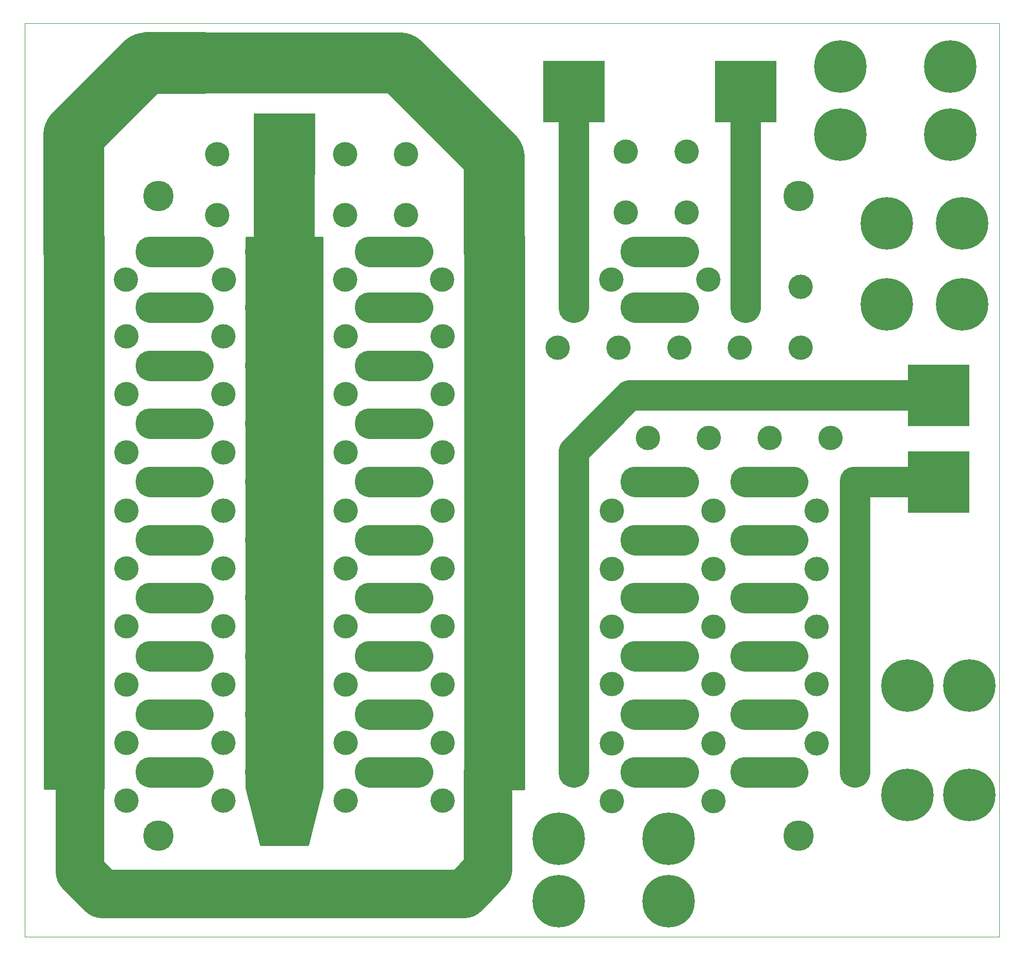
<source format=gbr>
G04 #@! TF.GenerationSoftware,KiCad,Pcbnew,(5.1.0)-1*
G04 #@! TF.CreationDate,2019-05-23T13:59:12+02:00*
G04 #@! TF.ProjectId,load_card,6c6f6164-5f63-4617-9264-2e6b69636164,1.0*
G04 #@! TF.SameCoordinates,Original*
G04 #@! TF.FileFunction,Copper,L1,Top*
G04 #@! TF.FilePolarity,Positive*
%FSLAX46Y46*%
G04 Gerber Fmt 4.6, Leading zero omitted, Abs format (unit mm)*
G04 Created by KiCad (PCBNEW (5.1.0)-1) date 2019-05-23 13:59:12*
%MOMM*%
%LPD*%
G04 APERTURE LIST*
%ADD10C,0.050000*%
%ADD11C,0.100000*%
%ADD12C,8.600000*%
%ADD13C,5.000000*%
%ADD14C,6.000000*%
%ADD15C,4.000000*%
%ADD16C,5.000000*%
%ADD17C,10.000000*%
%ADD18C,8.000000*%
%ADD19C,0.254000*%
G04 APERTURE END LIST*
D10*
X14400000Y-13900000D02*
X174400000Y-13900000D01*
X14400000Y-163900000D02*
X14400000Y-13900000D01*
X174400000Y-163900000D02*
X14400000Y-163900000D01*
X174400000Y-13900000D02*
X174400000Y-163900000D01*
D11*
G36*
X109500000Y-20100000D02*
G01*
X109500000Y-30100000D01*
X99500000Y-30100000D01*
X99500000Y-20100000D01*
X109500000Y-20100000D01*
G37*
X109500000Y-20100000D02*
X109500000Y-30100000D01*
X99500000Y-30100000D01*
X99500000Y-20100000D01*
X109500000Y-20100000D01*
G36*
X137700000Y-20100000D02*
G01*
X137700000Y-30100000D01*
X127700000Y-30100000D01*
X127700000Y-20100000D01*
X137700000Y-20100000D01*
G37*
X137700000Y-20100000D02*
X137700000Y-30100000D01*
X127700000Y-30100000D01*
X127700000Y-20100000D01*
X137700000Y-20100000D01*
G36*
X169400000Y-94200000D02*
G01*
X159400000Y-94200000D01*
X159400000Y-84200000D01*
X169400000Y-84200000D01*
X169400000Y-94200000D01*
G37*
X169400000Y-94200000D02*
X159400000Y-94200000D01*
X159400000Y-84200000D01*
X169400000Y-84200000D01*
X169400000Y-94200000D01*
G36*
X159400000Y-70000000D02*
G01*
X169400000Y-70000000D01*
X169400000Y-80000000D01*
X159400000Y-80000000D01*
X159400000Y-70000000D01*
G37*
X159400000Y-70000000D02*
X169400000Y-70000000D01*
X169400000Y-80000000D01*
X159400000Y-80000000D01*
X159400000Y-70000000D01*
G36*
X34100000Y-15400000D02*
G01*
X44100000Y-15400000D01*
X44100000Y-25400000D01*
X34100000Y-25400000D01*
X34100000Y-15400000D01*
G37*
X34100000Y-15400000D02*
X44100000Y-15400000D01*
X44100000Y-25400000D01*
X34100000Y-25400000D01*
X34100000Y-15400000D01*
G36*
X52000000Y-28700000D02*
G01*
X62000000Y-28700000D01*
X62000000Y-38700000D01*
X52000000Y-38700000D01*
X52000000Y-28700000D01*
G37*
X52000000Y-28700000D02*
X62000000Y-28700000D01*
X62000000Y-38700000D01*
X52000000Y-38700000D01*
X52000000Y-28700000D01*
D12*
X120100000Y-147800000D03*
X102100000Y-147800000D03*
X120100000Y-158000000D03*
X102100000Y-158000000D03*
D13*
X46900000Y-156800000D03*
X57000000Y-144400000D03*
X57000000Y-94000000D03*
X141400000Y-42300000D03*
X141400000Y-147300000D03*
X36400000Y-147300000D03*
X36400000Y-42300000D03*
D12*
X159300000Y-122600000D03*
X159300000Y-140600000D03*
X169500000Y-122600000D03*
X169500000Y-140600000D03*
X155900000Y-60100000D03*
X168300000Y-60100000D03*
X155900000Y-46800000D03*
X168300000Y-46800000D03*
X148300000Y-21000000D03*
X148300000Y-32200000D03*
X166300000Y-32200000D03*
X166300000Y-21000000D03*
D14*
X104500000Y-25100000D03*
X132700000Y-25100000D03*
X164400000Y-89200000D03*
X164400000Y-75000000D03*
X39100000Y-20400000D03*
X57000000Y-33700000D03*
D15*
X146700000Y-82000000D03*
X123100000Y-35000000D03*
X113100000Y-35000000D03*
X123100000Y-45000000D03*
X113100000Y-45000000D03*
X46000000Y-35400000D03*
X46000000Y-45400000D03*
X67000000Y-35400000D03*
X77000000Y-35400000D03*
X77000000Y-45400000D03*
X67000000Y-45400000D03*
X141800000Y-57200000D03*
X141800000Y-67200000D03*
X131800000Y-67200000D03*
X101900000Y-67200000D03*
X111900000Y-67200000D03*
X121900000Y-67200000D03*
X116700000Y-82000000D03*
X126700000Y-82000000D03*
X136700000Y-82000000D03*
X110800000Y-141600000D03*
X127500000Y-141600000D03*
X110800000Y-132100000D03*
X127500000Y-132100000D03*
X144400000Y-132100000D03*
X110800000Y-122400000D03*
X127500000Y-122400000D03*
X144400000Y-122400000D03*
X110800000Y-113000000D03*
X127500000Y-113000000D03*
X144400000Y-113000000D03*
X110800000Y-103500000D03*
X127500000Y-103500000D03*
X144400000Y-103500000D03*
X110800000Y-93900000D03*
X127500000Y-93900000D03*
X144400000Y-93900000D03*
X31100000Y-141500000D03*
X47000000Y-141500000D03*
X67100000Y-141500000D03*
X83000000Y-141500000D03*
X31100000Y-132000000D03*
X47000000Y-132000000D03*
X67100000Y-132000000D03*
X83000000Y-132000000D03*
X31100000Y-122500000D03*
X47000000Y-122500000D03*
X67100000Y-122500000D03*
X83000000Y-122500000D03*
X31100000Y-112900000D03*
X47000000Y-112900000D03*
X67100000Y-112900000D03*
X83000000Y-112900000D03*
X31100000Y-103400000D03*
X47000000Y-103400000D03*
X67100000Y-103400000D03*
X83000000Y-103400000D03*
X31100000Y-93900000D03*
X47000000Y-93900000D03*
X67100000Y-93900000D03*
X83000000Y-93900000D03*
X31100000Y-84400000D03*
X47000000Y-84400000D03*
X67100000Y-84400000D03*
X83000000Y-84400000D03*
X31100000Y-74800000D03*
X47000000Y-74800000D03*
X67100000Y-74800000D03*
X83000000Y-74800000D03*
X31100000Y-65300000D03*
X47000000Y-65300000D03*
X67100000Y-65300000D03*
X83000000Y-65300000D03*
X110720000Y-55979721D03*
X126600000Y-55979721D03*
X82900000Y-56000000D03*
X67000000Y-56000000D03*
X47100000Y-56000000D03*
X31000000Y-56000000D03*
D13*
X53080000Y-117821106D03*
X42920000Y-117821106D03*
X35080000Y-117821106D03*
X24920000Y-117821106D03*
X53080000Y-127360550D03*
X42920000Y-127360550D03*
X35080000Y-127360550D03*
X24920000Y-127360550D03*
X42920000Y-51400000D03*
X53080000Y-51400000D03*
X35080000Y-51404721D03*
X24920000Y-51404721D03*
X53080000Y-60584442D03*
X42920000Y-60584442D03*
X35080000Y-60584442D03*
X24920000Y-60584442D03*
X53080000Y-70123886D03*
X42920000Y-70123886D03*
X35080000Y-70123886D03*
X24920000Y-70123886D03*
X53080000Y-79663330D03*
X42920000Y-79663330D03*
X35080000Y-79663330D03*
X24920000Y-79663330D03*
X53080000Y-89202774D03*
X42920000Y-89202774D03*
X35080000Y-89202774D03*
X24920000Y-89202774D03*
X53080000Y-98742218D03*
X42920000Y-98742218D03*
X35080000Y-98742218D03*
X24920000Y-98742218D03*
X53080000Y-108281662D03*
X42920000Y-108281662D03*
X35080000Y-108281662D03*
X24920000Y-108281662D03*
X53080000Y-136900000D03*
X42920000Y-136900000D03*
X35080000Y-136900000D03*
X24920000Y-136900000D03*
X104520000Y-60584442D03*
X114680000Y-60584442D03*
X122520000Y-60584442D03*
X132680000Y-60584442D03*
X104520000Y-51400000D03*
X114680000Y-51400000D03*
X122520000Y-51400000D03*
X132680000Y-51400000D03*
X150680000Y-89202774D03*
X140520000Y-89202774D03*
X132680000Y-89202774D03*
X122520000Y-89202774D03*
X114680000Y-89202774D03*
X104520000Y-89202774D03*
X150680000Y-98742218D03*
X140520000Y-98742218D03*
X132680000Y-98742218D03*
X122520000Y-98742218D03*
X114680000Y-98742218D03*
X104520000Y-98742218D03*
X150680000Y-108281662D03*
X140520000Y-108281662D03*
X132680000Y-108281662D03*
X122520000Y-108281662D03*
X114680000Y-108281662D03*
X104520000Y-108281662D03*
X150680000Y-117821106D03*
X140520000Y-117821106D03*
X132680000Y-117821106D03*
X122520000Y-117821106D03*
X114680000Y-117821106D03*
X104520000Y-117821106D03*
X150680000Y-127360550D03*
X140520000Y-127360550D03*
X132680000Y-127360550D03*
X122520000Y-127360550D03*
X114680000Y-127360550D03*
X104520000Y-127360550D03*
X150680000Y-136900000D03*
X140520000Y-136900000D03*
X132680000Y-136900000D03*
X122520000Y-136900000D03*
X114680000Y-136900000D03*
X104520000Y-136900000D03*
X78920000Y-136900000D03*
X89080000Y-136900000D03*
X60920000Y-136900000D03*
X71080000Y-136900000D03*
X78920000Y-127360550D03*
X89080000Y-127360550D03*
X60920000Y-127360550D03*
X71080000Y-127360550D03*
X78920000Y-117821106D03*
X89080000Y-117821106D03*
X60920000Y-117821106D03*
X71080000Y-117821106D03*
X78920000Y-108281662D03*
X89080000Y-108281662D03*
X60920000Y-108281662D03*
X71080000Y-108281662D03*
X78920000Y-98742218D03*
X89080000Y-98742218D03*
X60920000Y-98742218D03*
X71080000Y-98742218D03*
X78920000Y-89202774D03*
X89080000Y-89202774D03*
X60920000Y-89202774D03*
X71080000Y-89202774D03*
X78920000Y-79663330D03*
X89080000Y-79663330D03*
X60920000Y-79663330D03*
X71080000Y-79663330D03*
X78920000Y-70123886D03*
X89080000Y-70123886D03*
X60920000Y-70123886D03*
X71080000Y-70123886D03*
X78920000Y-60584442D03*
X89080000Y-60584442D03*
X60920000Y-60584442D03*
X71080000Y-60584442D03*
X78920000Y-51400000D03*
X89080000Y-51400000D03*
X60920000Y-51400000D03*
X71080000Y-51400000D03*
D16*
X42915279Y-51404721D02*
X42920000Y-51400000D01*
X35080000Y-51404721D02*
X42915279Y-51404721D01*
X42920000Y-60584442D02*
X35080000Y-60584442D01*
X35080000Y-70123886D02*
X42920000Y-70123886D01*
X42920000Y-79663330D02*
X35080000Y-79663330D01*
X42920000Y-89202774D02*
X35080000Y-89202774D01*
X42920000Y-98742218D02*
X35080000Y-98742218D01*
X42920000Y-108281662D02*
X35080000Y-108281662D01*
X42920000Y-117821106D02*
X35080000Y-117821106D01*
X42920000Y-127360550D02*
X35080000Y-127360550D01*
X35080000Y-136900000D02*
X42920000Y-136900000D01*
X78920000Y-51400000D02*
X71080000Y-51400000D01*
X71080000Y-60584442D02*
X78920000Y-60584442D01*
X78920000Y-70123886D02*
X71080000Y-70123886D01*
X71080000Y-79663330D02*
X78920000Y-79663330D01*
X78920000Y-89202774D02*
X71080000Y-89202774D01*
X71080000Y-98742218D02*
X78920000Y-98742218D01*
X78920000Y-108281662D02*
X71080000Y-108281662D01*
X71080000Y-117821106D02*
X78920000Y-117821106D01*
X78920000Y-127360550D02*
X71080000Y-127360550D01*
X71080000Y-136900000D02*
X78920000Y-136900000D01*
X166900000Y-75000000D02*
X161900000Y-75000000D01*
X104520000Y-89202774D02*
X104520000Y-136900000D01*
X104520000Y-84180000D02*
X104520000Y-89202774D01*
X161900000Y-75000000D02*
X113700000Y-75000000D01*
X113700000Y-75000000D02*
X104520000Y-84180000D01*
X150682774Y-89200000D02*
X150680000Y-89202774D01*
X161900000Y-89200000D02*
X150682774Y-89200000D01*
X166900000Y-89200000D02*
X161900000Y-89200000D01*
X150680000Y-89202774D02*
X150680000Y-136900000D01*
X132680000Y-51400000D02*
X132680000Y-60584442D01*
X132700000Y-22600000D02*
X132700000Y-27600000D01*
X132700000Y-51380000D02*
X132680000Y-51400000D01*
X132700000Y-27600000D02*
X132700000Y-51380000D01*
X104520000Y-60584442D02*
X104520000Y-51400000D01*
X104520000Y-27620000D02*
X104500000Y-27600000D01*
X104520000Y-51400000D02*
X104520000Y-27620000D01*
X104500000Y-22600000D02*
X104500000Y-27600000D01*
X122520000Y-136900000D02*
X114680000Y-136900000D01*
X132680000Y-136900000D02*
X140520000Y-136900000D01*
X114680000Y-127360550D02*
X122520000Y-127360550D01*
X140520000Y-127360550D02*
X132680000Y-127360550D01*
X122520000Y-117821106D02*
X114680000Y-117821106D01*
X132680000Y-117821106D02*
X140520000Y-117821106D01*
X114680000Y-108281662D02*
X122520000Y-108281662D01*
X140520000Y-108281662D02*
X132680000Y-108281662D01*
X122520000Y-98742218D02*
X114680000Y-98742218D01*
X140520000Y-98742218D02*
X132680000Y-98742218D01*
X114680000Y-89202774D02*
X122520000Y-89202774D01*
X132680000Y-89202774D02*
X140520000Y-89202774D01*
X114680000Y-51400000D02*
X122520000Y-51400000D01*
X122520000Y-60584442D02*
X114680000Y-60584442D01*
D17*
X57000000Y-34700000D02*
X57000000Y-52000000D01*
D18*
X23500000Y-136880000D02*
X23500000Y-153200000D01*
X23500000Y-153200000D02*
X27100001Y-156800001D01*
X27100001Y-156800001D02*
X86599999Y-156800001D01*
X86599999Y-156800001D02*
X90500000Y-152900000D01*
X90500000Y-152900000D02*
X90500000Y-136880000D01*
D17*
X91500000Y-35880000D02*
X91500000Y-51400000D01*
X76045010Y-20425010D02*
X91500000Y-35880000D01*
X34274990Y-20425010D02*
X76045010Y-20425010D01*
X22500000Y-51400000D02*
X22500000Y-32200000D01*
X22500000Y-32200000D02*
X34274990Y-20425010D01*
D19*
G36*
X63273000Y-139384208D02*
G01*
X60901095Y-148773000D01*
X53098905Y-148773000D01*
X50727000Y-139384208D01*
X50727000Y-49027000D01*
X63273000Y-49027000D01*
X63273000Y-139384208D01*
X63273000Y-139384208D01*
G37*
X63273000Y-139384208D02*
X60901095Y-148773000D01*
X53098905Y-148773000D01*
X50727000Y-139384208D01*
X50727000Y-49027000D01*
X63273000Y-49027000D01*
X63273000Y-139384208D01*
G36*
X96373000Y-139673000D02*
G01*
X86627000Y-139673000D01*
X86627000Y-48927000D01*
X96373000Y-48927000D01*
X96373000Y-139673000D01*
X96373000Y-139673000D01*
G37*
X96373000Y-139673000D02*
X86627000Y-139673000D01*
X86627000Y-48927000D01*
X96373000Y-48927000D01*
X96373000Y-139673000D01*
G36*
X27373000Y-139573000D02*
G01*
X17627000Y-139573000D01*
X17627000Y-48827000D01*
X27373000Y-48827000D01*
X27373000Y-139573000D01*
X27373000Y-139573000D01*
G37*
X27373000Y-139573000D02*
X17627000Y-139573000D01*
X17627000Y-48827000D01*
X27373000Y-48827000D01*
X27373000Y-139573000D01*
M02*

</source>
